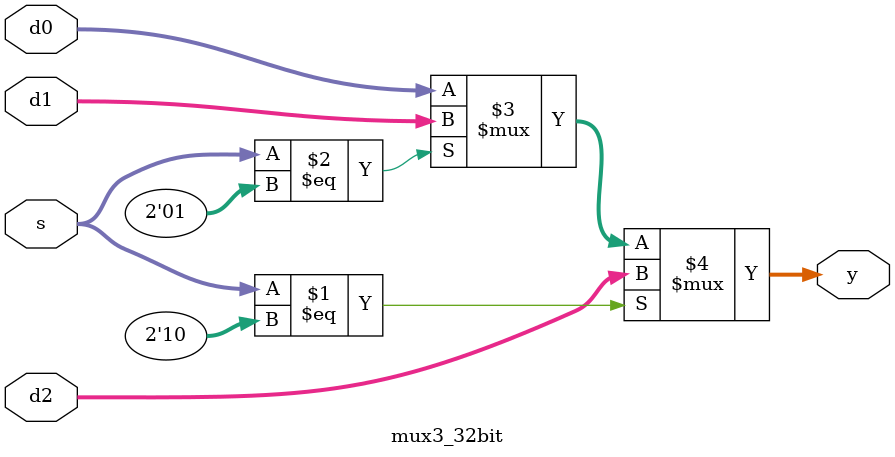
<source format=v>
module mux3_32bit(d0, d1, d2, s, y);
	input[31:0] d0, d1, d2;
	input[1:0] s;
	output[31:0] y;
		
	assign y = (s == 2'b10) ? d2 : (( s == 2'b01) ? d1 : d0);
endmodule

</source>
